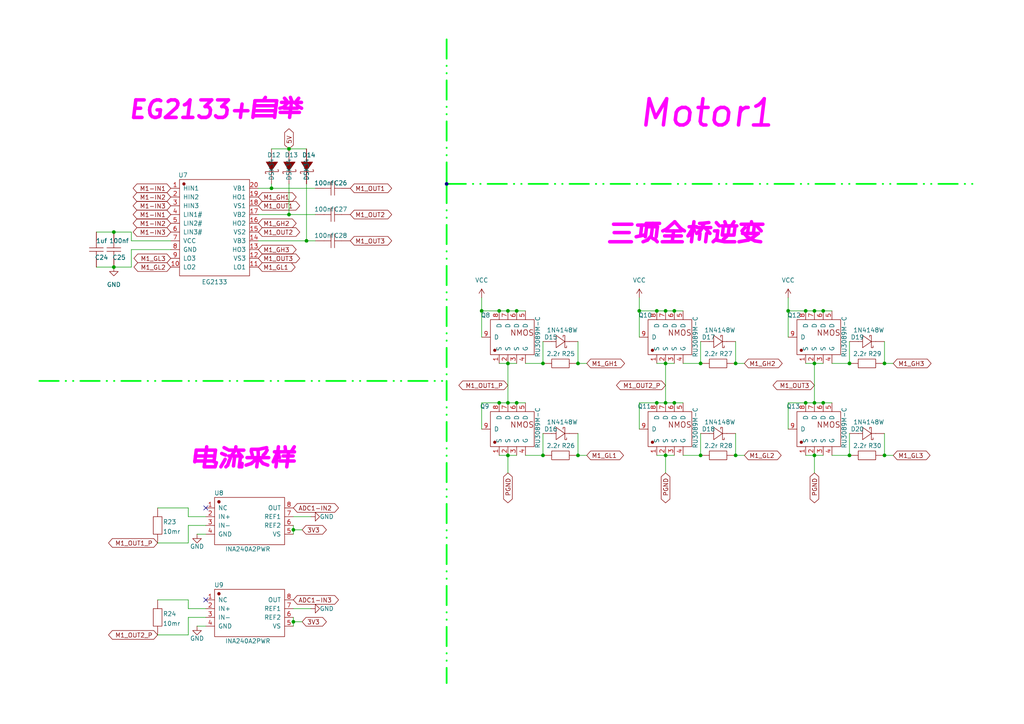
<source format=kicad_sch>
(kicad_sch (version 20231120) (generator "eeschema") (generator_version "8.0")
  (paper "A4")
  (title_block (title "Drive2") (date "2025-01-24") (rev "Dennis_Re_Yoonjiho"))
  (lib_symbols
    (symbol "Ts_Foc_Vo符号库:1N4148W" (pin_numbers hide) (pin_names (offset 1.016) hide)
      (property "Reference" "D" (at -5.08 1.524 0))
      (property "Value" "1N4148W" (at 1.016 3.048 0))
      (symbol "1N4148W_1_1"
        (polyline (pts (xy -2.54 0) (xy -1.27 0)) (stroke (width 0.1524)))
        (polyline (pts (xy 1.27 0) (xy 2.54 0)) (stroke (width 0.1524)))
        (polyline (pts (xy -1.27 -1.778) (xy 1.27 0) (xy -1.27 1.778) (xy -1.27 -1.778)) (stroke (width 0.1524)))
        (polyline (pts (xy 1.778 -1.27) (xy 1.778 -1.778) (xy 1.27 -1.778) (xy 1.27 1.778) (xy 0.762 1.778) (xy 0.762 1.27)) (stroke (width 0.1524)))
        (pin input line (at -5.08 0 0) (length 2.54) (name "A") (number "1"))
        (pin input line (at 5.08 0 180) (length 2.54) (name "K") (number "2"))
      )
    )
    (symbol "Ts_Foc_Vo符号库:CAP" (pin_numbers hide) (pin_names (offset 1.016) hide)
      (property "Reference" "C" (at -2.286 1.524 0))
      (property "Value" "Value" (at 3.81 1.524 0))
      (symbol "CAP_1_1"
        (polyline (pts (xy -0.508 -2.032) (xy -0.508 2.032)) (stroke (width 0.1524)))
        (polyline (pts (xy -0.508 0) (xy -2.54 0)) (stroke (width 0.1524)))
        (polyline (pts (xy 0.508 2.032) (xy 0.508 -2.032)) (stroke (width 0.1524)))
        (polyline (pts (xy 2.54 0) (xy 0.508 0)) (stroke (width 0.1524)))
        (pin input line (at -5.08 0 0) (length 2.54) (name "1") (number "1"))
        (pin input line (at 5.08 0 180) (length 2.54) (name "2") (number "2"))
      )
    )
    (symbol "Ts_Foc_Vo符号库:DSK34" (pin_numbers hide) (pin_names (offset 1.016) hide)
      (property "Reference" "D" (at -4.064 1.778 0))
      (property "Value" "DSK34" (at 3.048 2.54 0))
      (symbol "DSK34_1_1"
        (polyline (pts (xy 1.27 1.524) (xy -1.27 0) (xy 1.27 -1.778) (xy 1.27 1.524)) (stroke (width 0.1524)) (fill (type outline)))
        (polyline (pts (xy -2.032 1.524) (xy -2.032 1.778) (xy -1.524 1.778) (xy -1.524 -2.032) (xy -1.016 -2.032) (xy -1.016 -1.778)) (stroke (width 0.1524)))
        (pin input line (at -5.08 0 0) (length 3.81) (name "K") (number "1"))
        (pin input line (at 5.08 0 180) (length 3.81) (name "A") (number "2"))
      )
    )
    (symbol "Ts_Foc_Vo符号库:EG2133" (pin_names (offset 1.016))
      (property "Reference" "U" (at -9.652 14.986 0))
      (property "Value" "EG2133" (at 1.524 15.494 0))
      (symbol "EG2133_1_1"
        (rectangle (start -10.16 13.97) (end 10.16 -13.97) (stroke (width 0.1524)))
        (circle (center -8.89 12.7) (radius 0.381) (stroke (width 0.1524)) (fill (type outline)))
        (pin input line (at -12.7 11.43 0) (length 2.54) (name "HIN1") (number "1"))
        (pin input line (at -12.7 -11.43 0) (length 2.54) (name "LO2") (number "10"))
        (pin input line (at 12.7 -11.43 180) (length 2.54) (name "LO1") (number "11"))
        (pin input line (at 12.7 -8.89 180) (length 2.54) (name "VS3") (number "12"))
        (pin input line (at 12.7 -6.35 180) (length 2.54) (name "HO3") (number "13"))
        (pin input line (at 12.7 -3.81 180) (length 2.54) (name "VB3") (number "14"))
        (pin input line (at 12.7 -1.27 180) (length 2.54) (name "VS2") (number "15"))
        (pin input line (at 12.7 1.27 180) (length 2.54) (name "HO2") (number "16"))
        (pin input line (at 12.7 3.81 180) (length 2.54) (name "VB2") (number "17"))
        (pin input line (at 12.7 6.35 180) (length 2.54) (name "VS1") (number "18"))
        (pin input line (at 12.7 8.89 180) (length 2.54) (name "HO1") (number "19"))
        (pin input line (at -12.7 8.89 0) (length 2.54) (name "HIN2") (number "2"))
        (pin input line (at 12.7 11.43 180) (length 2.54) (name "VB1") (number "20"))
        (pin input line (at -12.7 6.35 0) (length 2.54) (name "HIN3") (number "3"))
        (pin input line (at -12.7 3.81 0) (length 2.54) (name "LIN1#") (number "4"))
        (pin input line (at -12.7 1.27 0) (length 2.54) (name "LIN2#") (number "5"))
        (pin input line (at -12.7 -1.27 0) (length 2.54) (name "LIN3#") (number "6"))
        (pin input line (at -12.7 -3.81 0) (length 2.54) (name "VCC") (number "7"))
        (pin input line (at -12.7 -6.35 0) (length 2.54) (name "GND") (number "8"))
        (pin input line (at -12.7 -8.89 0) (length 2.54) (name "LO3") (number "9"))
      )
    )
    (symbol "Ts_Foc_Vo符号库:INA240A2PWR" (pin_names (offset 1.016))
      (property "Reference" "U" (at -9.906 8.128 0))
      (property "Value" "INA240A2PWR" (at 0.762 8.128 0))
      (symbol "INA240A2PWR_1_1"
        (rectangle (start -10.16 6.858) (end 10.16 -6.858) (stroke (width 0.1524)))
        (circle (center -8.89 5.588) (radius 0.381) (stroke (width 0.1524)) (fill (type outline)))
        (circle (center -8.89 5.588) (radius 0.381) (stroke (width 0.1524)) (fill (type outline)))
        (pin input line (at -12.7 3.81 0) (length 2.54) (name "NC") (number "1"))
        (pin input line (at -12.7 1.27 0) (length 2.54) (name "IN+") (number "2"))
        (pin input line (at -12.7 -1.27 0) (length 2.54) (name "IN-") (number "3"))
        (pin input line (at -12.7 -3.81 0) (length 2.54) (name "GND") (number "4"))
        (pin input line (at 12.7 -3.81 180) (length 2.54) (name "VS") (number "5"))
        (pin input line (at 12.7 -1.27 180) (length 2.54) (name "REF2") (number "6"))
        (pin input line (at 12.7 1.27 180) (length 2.54) (name "REF1") (number "7"))
        (pin input line (at 12.7 3.81 180) (length 2.54) (name "OUT") (number "8"))
      )
    )
    (symbol "Ts_Foc_Vo符号库:RES" (pin_numbers hide) (pin_names (offset 1.016) hide)
      (property "Reference" "R" (at -2.286 2.032 0))
      (property "Value" "Value" (at 2.286 2.032 0))
      (symbol "RES_1_1"
        (rectangle (start -2.54 1.27) (end 2.54 -1.27) (stroke (width 0.1524)))
        (pin input line (at -5.08 0 0) (length 2.54) (name "1") (number "1"))
        (pin input line (at 5.08 0 180) (length 2.54) (name "2") (number "2"))
      )
    )
    (symbol "Ts_Foc_Vo符号库:RU3089M-C" (pin_names (offset 1.016))
      (property "Reference" "Q" (at -4.572 6.096 0))
      (property "Value" "RU3089M-C" (at 0.254 -8.89 0))
      (symbol "RU3089M-C_1_1"
        (rectangle (start -5.08 5.08) (end 5.08 -7.62) (stroke (width 0.1524)))
        (circle (center -3.81 3.81) (radius 0.381) (stroke (width 0.1524)) (fill (type outline)))
        (text "NMOS" (at 1.27 -7.62 900) (effects (font (size 1.6256 1.6256)) (justify left)))
        (pin input line (at -7.62 2.54 0) (length 2.54) (name "S") (number "1"))
        (pin input line (at -7.62 0 0) (length 2.54) (name "S") (number "2"))
        (pin input line (at -7.62 -2.54 0) (length 2.54) (name "S") (number "3"))
        (pin input line (at -7.62 -5.08 0) (length 2.54) (name "G") (number "4"))
        (pin input line (at 7.62 -5.08 180) (length 2.54) (name "D") (number "5"))
        (pin input line (at 7.62 -2.54 180) (length 2.54) (name "D") (number "6"))
        (pin input line (at 7.62 0 180) (length 2.54) (name "D") (number "7"))
        (pin input line (at 7.62 2.54 180) (length 2.54) (name "D") (number "8"))
        (pin input line (at 0 7.62 270) (length 2.54) (name "D") (number "9"))
      )
    )
    (symbol "power:GND" (power) (pin_numbers hide) (pin_names (offset 0) hide)
      (property "Value" "GND" (at 0 -3.81 0))
      (symbol "GND_0_1"
        (polyline (pts (xy 0 0) (xy 0 -1.27) (xy 1.27 -1.27) (xy 0 -2.54) (xy -1.27 -1.27) (xy 0 -1.27)))
      )
      (symbol "GND_1_1"
        (pin power_in line (at 0 0 270) (length 0) (name "~") (number "1"))
      )
    )
    (symbol "power:VCC" (power) (pin_numbers hide) (pin_names (offset 0) hide)
      (property "Value" "VCC" (at 0 3.556 0))
      (symbol "VCC_0_1"
        (polyline (pts (xy -0.762 1.27) (xy 0 2.54)))
        (polyline (pts (xy 0 0) (xy 0 2.54)))
        (polyline (pts (xy 0 2.54) (xy 0.762 1.27)))
      )
      (symbol "VCC_1_1"
        (pin power_in line (at 0 0 90) (length 0) (name "~") (number "1"))
      )
    )
  )
  (junction (at 203.2 132.08))
  (junction (at 238.76 90.17))
  (junction (at 85.09 180.34))
  (junction (at 193.04 132.08))
  (junction (at 246.38 132.08))
  (junction (at 190.5 116.84))
  (junction (at 157.48 105.41))
  (junction (at 193.04 105.41))
  (junction (at 83.82 62.23))
  (junction (at 236.22 90.17))
  (junction (at 238.76 116.84))
  (junction (at 213.36 132.08))
  (junction (at 147.32 116.84))
  (junction (at 149.86 116.84))
  (junction (at 33.02 67.31))
  (junction (at 213.36 105.41))
  (junction (at 144.78 116.84))
  (junction (at 129.54 53.34))
  (junction (at 193.04 90.17))
  (junction (at 190.5 90.17))
  (junction (at 149.86 90.17))
  (junction (at 144.78 90.17))
  (junction (at 236.22 105.41))
  (junction (at 88.9 69.85))
  (junction (at 203.2 105.41))
  (junction (at 236.22 132.08))
  (junction (at 147.32 105.41))
  (junction (at 167.64 105.41))
  (junction (at 236.22 116.84))
  (junction (at 167.64 132.08))
  (junction (at 147.32 90.17))
  (junction (at 228.6 90.17))
  (junction (at 33.02 77.47))
  (junction (at 193.04 116.84))
  (junction (at 78.74 54.61))
  (junction (at 83.82 43.18))
  (junction (at 129.54 110.49) (diameter 0.127) (color 0 255 25 1))
  (junction (at 157.48 132.08))
  (junction (at 147.32 132.08))
  (junction (at 139.7 90.17))
  (junction (at 85.09 153.67))
  (junction (at 233.68 116.84))
  (junction (at 185.42 90.17))
  (junction (at 246.38 105.41))
  (junction (at 256.54 132.08))
  (junction (at 233.68 90.17))
  (junction (at 195.58 90.17))
  (junction (at 256.54 105.41))
  (junction (at 195.58 116.84))
  (no_connect (at 59.69 147.32))
  (no_connect (at 59.69 173.99))
  (wire (pts (xy 139.7 116.84) (xy 144.78 116.84)))
  (wire (pts (xy 59.69 176.53) (xy 54.61 176.53)))
  (bus (pts (xy 129.54 53.34) (xy 283.21 53.34)) (stroke (width 0.508) (type dash_dot_dot) (color 0 255 25 1)))
  (wire (pts (xy 241.3 132.08) (xy 246.38 132.08)))
  (wire (pts (xy 190.5 116.84) (xy 193.04 116.84)))
  (wire (pts (xy 144.78 116.84) (xy 147.32 116.84)))
  (wire (pts (xy 190.5 90.17) (xy 185.42 90.17)))
  (wire (pts (xy 144.78 132.08) (xy 147.32 132.08)))
  (wire (pts (xy 78.74 43.18) (xy 83.82 43.18)))
  (wire (pts (xy 139.7 90.17) (xy 139.7 97.79)))
  (bus (pts (xy 129.54 53.34) (xy 129.54 110.49)) (stroke (width 0.508) (type dash_dot_dot) (color 0 255 25 1)))
  (wire (pts (xy 45.72 157.48) (xy 54.61 157.48)))
  (wire (pts (xy 256.54 125.73) (xy 256.54 132.08)))
  (bus (pts (xy 129.54 110.49) (xy 129.54 198.12)) (stroke (width 0.508) (type dash_dot_dot) (color 0 255 25 1)))
  (wire (pts (xy 233.68 132.08) (xy 236.22 132.08)))
  (wire (pts (xy 139.7 124.46) (xy 139.7 116.84)))
  (wire (pts (xy 236.22 132.08) (xy 238.76 132.08)))
  (wire (pts (xy 57.15 154.94) (xy 59.69 154.94)))
  (wire (pts (xy 213.36 105.41) (xy 215.9 105.41)))
  (wire (pts (xy 49.53 72.39) (xy 38.1 72.39)))
  (wire (pts (xy 190.5 90.17) (xy 193.04 90.17)))
  (wire (pts (xy 185.42 124.46) (xy 185.42 116.84)))
  (wire (pts (xy 233.68 90.17) (xy 236.22 90.17)))
  (wire (pts (xy 87.63 153.67) (xy 85.09 153.67)))
  (wire (pts (xy 157.48 99.06) (xy 157.48 105.41)))
  (wire (pts (xy 147.32 116.84) (xy 149.86 116.84)))
  (wire (pts (xy 193.04 105.41) (xy 195.58 105.41)))
  (wire (pts (xy 27.94 67.31) (xy 33.02 67.31)))
  (wire (pts (xy 54.61 152.4) (xy 59.69 152.4)))
  (wire (pts (xy 241.3 105.41) (xy 246.38 105.41)))
  (wire (pts (xy 246.38 99.06) (xy 246.38 105.41)))
  (wire (pts (xy 213.36 99.06) (xy 213.36 105.41)))
  (wire (pts (xy 33.02 67.31) (xy 38.1 67.31)))
  (wire (pts (xy 167.64 99.06) (xy 167.64 105.41)))
  (wire (pts (xy 256.54 132.08) (xy 259.08 132.08)))
  (wire (pts (xy 185.42 116.84) (xy 190.5 116.84)))
  (wire (pts (xy 149.86 90.17) (xy 152.4 90.17)))
  (wire (pts (xy 78.74 53.34) (xy 78.74 54.61)))
  (wire (pts (xy 203.2 99.06) (xy 203.2 105.41)))
  (wire (pts (xy 88.9 53.34) (xy 88.9 69.85)))
  (wire (pts (xy 83.82 43.18) (xy 88.9 43.18)))
  (wire (pts (xy 193.04 132.08) (xy 195.58 132.08)))
  (wire (pts (xy 228.6 86.36) (xy 228.6 90.17)))
  (wire (pts (xy 236.22 90.17) (xy 238.76 90.17)))
  (wire (pts (xy 54.61 157.48) (xy 54.61 152.4)))
  (wire (pts (xy 167.64 105.41) (xy 170.18 105.41)))
  (wire (pts (xy 228.6 90.17) (xy 228.6 97.79)))
  (wire (pts (xy 190.5 105.41) (xy 193.04 105.41)))
  (wire (pts (xy 185.42 90.17) (xy 185.42 97.79)))
  (wire (pts (xy 238.76 90.17) (xy 241.3 90.17)))
  (wire (pts (xy 144.78 90.17) (xy 147.32 90.17)))
  (wire (pts (xy 236.22 116.84) (xy 238.76 116.84)))
  (wire (pts (xy 85.09 180.34) (xy 85.09 181.61)))
  (wire (pts (xy 147.32 90.17) (xy 149.86 90.17)))
  (wire (pts (xy 54.61 147.32) (xy 45.72 147.32)))
  (wire (pts (xy 193.04 90.17) (xy 195.58 90.17)))
  (wire (pts (xy 152.4 105.41) (xy 157.48 105.41)))
  (wire (pts (xy 57.15 181.61) (xy 59.69 181.61)))
  (wire (pts (xy 152.4 132.08) (xy 157.48 132.08)))
  (wire (pts (xy 54.61 173.99) (xy 45.72 173.99)))
  (wire (pts (xy 233.68 90.17) (xy 228.6 90.17)))
  (wire (pts (xy 203.2 125.73) (xy 203.2 132.08)))
  (wire (pts (xy 54.61 176.53) (xy 54.61 173.99)))
  (wire (pts (xy 54.61 179.07) (xy 59.69 179.07)))
  (wire (pts (xy 88.9 69.85) (xy 91.44 69.85)))
  (wire (pts (xy 167.64 132.08) (xy 170.18 132.08)))
  (wire (pts (xy 213.36 125.73) (xy 213.36 132.08)))
  (wire (pts (xy 157.48 125.73) (xy 157.48 132.08)))
  (wire (pts (xy 27.94 77.47) (xy 33.02 77.47)))
  (wire (pts (xy 74.93 54.61) (xy 78.74 54.61)))
  (wire (pts (xy 195.58 116.84) (xy 198.12 116.84)))
  (wire (pts (xy 78.74 54.61) (xy 91.44 54.61)))
  (wire (pts (xy 90.17 176.53) (xy 85.09 176.53)))
  (wire (pts (xy 233.68 116.84) (xy 236.22 116.84)))
  (wire (pts (xy 236.22 105.41) (xy 238.76 105.41)))
  (bus (pts (xy 129.54 11.43) (xy 129.54 53.34)) (stroke (width 0.508) (type dash_dot_dot) (color 0 255 25 1)))
  (wire (pts (xy 45.72 184.15) (xy 54.61 184.15)))
  (bus (pts (xy 11.43 110.49) (xy 129.54 110.49)) (stroke (width 0.508) (type dash_dot_dot) (color 0 255 25 1)))
  (wire (pts (xy 198.12 105.41) (xy 203.2 105.41)))
  (wire (pts (xy 38.1 77.47) (xy 33.02 77.47)))
  (wire (pts (xy 85.09 179.07) (xy 85.09 180.34)))
  (wire (pts (xy 59.69 149.86) (xy 54.61 149.86)))
  (wire (pts (xy 74.93 69.85) (xy 88.9 69.85)))
  (wire (pts (xy 85.09 152.4) (xy 85.09 153.67)))
  (wire (pts (xy 147.32 105.41) (xy 147.32 116.84)))
  (wire (pts (xy 246.38 125.73) (xy 246.38 132.08)))
  (wire (pts (xy 90.17 149.86) (xy 85.09 149.86)))
  (wire (pts (xy 38.1 72.39) (xy 38.1 77.47)))
  (wire (pts (xy 139.7 86.36) (xy 139.7 90.17)))
  (wire (pts (xy 238.76 116.84) (xy 241.3 116.84)))
  (wire (pts (xy 144.78 90.17) (xy 139.7 90.17)))
  (wire (pts (xy 144.78 105.41) (xy 147.32 105.41)))
  (wire (pts (xy 195.58 90.17) (xy 198.12 90.17)))
  (wire (pts (xy 198.12 132.08) (xy 203.2 132.08)))
  (wire (pts (xy 38.1 67.31) (xy 38.1 69.85)))
  (wire (pts (xy 74.93 62.23) (xy 83.82 62.23)))
  (wire (pts (xy 147.32 137.16) (xy 147.32 132.08)))
  (wire (pts (xy 85.09 153.67) (xy 85.09 154.94)))
  (wire (pts (xy 193.04 105.41) (xy 193.04 116.84)))
  (wire (pts (xy 147.32 132.08) (xy 149.86 132.08)))
  (wire (pts (xy 167.64 125.73) (xy 167.64 132.08)))
  (wire (pts (xy 54.61 149.86) (xy 54.61 147.32)))
  (wire (pts (xy 256.54 105.41) (xy 259.08 105.41)))
  (wire (pts (xy 149.86 116.84) (xy 152.4 116.84)))
  (wire (pts (xy 147.32 105.41) (xy 149.86 105.41)))
  (wire (pts (xy 228.6 116.84) (xy 233.68 116.84)))
  (wire (pts (xy 190.5 132.08) (xy 193.04 132.08)))
  (wire (pts (xy 83.82 62.23) (xy 91.44 62.23)))
  (wire (pts (xy 233.68 105.41) (xy 236.22 105.41)))
  (wire (pts (xy 87.63 180.34) (xy 85.09 180.34)))
  (wire (pts (xy 83.82 53.34) (xy 83.82 62.23)))
  (wire (pts (xy 193.04 137.16) (xy 193.04 132.08)))
  (wire (pts (xy 236.22 105.41) (xy 236.22 116.84)))
  (wire (pts (xy 236.22 137.16) (xy 236.22 132.08)))
  (wire (pts (xy 213.36 132.08) (xy 215.9 132.08)))
  (wire (pts (xy 38.1 69.85) (xy 49.53 69.85)))
  (wire (pts (xy 185.42 86.36) (xy 185.42 90.17)))
  (wire (pts (xy 193.04 116.84) (xy 195.58 116.84)))
  (wire (pts (xy 228.6 124.46) (xy 228.6 116.84)))
  (wire (pts (xy 54.61 184.15) (xy 54.61 179.07)))
  (wire (pts (xy 256.54 99.06) (xy 256.54 105.41)))
  (text "EG2133+自举" (exclude_from_sim yes) (at 62.738 32.004 0) (effects (font (size 5.08 5.08) (thickness 1.016) (bold yes) (italic yes))))
  (text "电流采样" (exclude_from_sim yes) (at 70.866 133.35 0) (effects (font (size 5.08 5.08) (thickness 1.016) (bold yes) (italic yes))))
  (text "三项全桥逆变" (exclude_from_sim yes) (at 198.882 68.072 0) (effects (font (size 5.08 5.08) (thickness 1.016) (bold yes) (italic yes))))
  (text "Motor1\n" (exclude_from_sim yes) (at 204.978 33.02 0) (effects (font (size 7.62 7.62) (thickness 1.016) (bold yes) (italic yes))))
  (global_label "M1_GL1" (shape bidirectional) (at 74.93 77.47 0) (property "Intersheetrefs" "${INTERSHEET_REFS}" (effects (hide yes))))
  (global_label "M1-IN3" (shape bidirectional) (at 49.53 67.31 180) (property "Intersheetrefs" "${INTERSHEET_REFS}" (effects (hide yes))))
  (global_label "M1_OUT2_P" (shape bidirectional) (at 45.72 184.15 180) (property "Intersheetrefs" "${INTERSHEET_REFS}" (effects (hide yes))))
  (global_label "M1-IN2" (shape bidirectional) (at 49.53 64.77 180) (property "Intersheetrefs" "${INTERSHEET_REFS}" (effects (hide yes))))
  (global_label "ADC1-IN2" (shape bidirectional) (at 85.09 147.32 0) (property "Intersheetrefs" "${INTERSHEET_REFS}" (effects (hide yes))))
  (global_label "M1_GH3" (shape bidirectional) (at 259.08 105.41 0) (property "Intersheetrefs" "${INTERSHEET_REFS}" (effects (hide yes))))
  (global_label "M1_OUT2" (shape bidirectional) (at 74.93 67.31 0) (property "Intersheetrefs" "${INTERSHEET_REFS}" (effects (hide yes))))
  (global_label "M1-IN1" (shape bidirectional) (at 49.53 62.23 180) (property "Intersheetrefs" "${INTERSHEET_REFS}" (effects (hide yes))))
  (global_label "M1_GH2" (shape bidirectional) (at 74.93 64.77 0) (property "Intersheetrefs" "${INTERSHEET_REFS}" (effects (hide yes))))
  (global_label "3V3" (shape bidirectional) (at 87.63 180.34 0) (property "Intersheetrefs" "${INTERSHEET_REFS}" (effects (hide yes))))
  (global_label "PGND" (shape bidirectional) (at 147.32 137.16 270) (property "Intersheetrefs" "${INTERSHEET_REFS}" (effects (hide yes))))
  (global_label "PGND" (shape bidirectional) (at 236.22 137.16 270) (property "Intersheetrefs" "${INTERSHEET_REFS}" (effects (hide yes))))
  (global_label "ADC1-IN3" (shape bidirectional) (at 85.09 173.99 0) (property "Intersheetrefs" "${INTERSHEET_REFS}" (effects (hide yes))))
  (global_label "3V3" (shape bidirectional) (at 87.63 153.67 0) (property "Intersheetrefs" "${INTERSHEET_REFS}" (effects (hide yes))))
  (global_label "M1_GL3" (shape bidirectional) (at 259.08 132.08 0) (property "Intersheetrefs" "${INTERSHEET_REFS}" (effects (hide yes))))
  (global_label "M1_OUT3" (shape bidirectional) (at 101.6 69.85 0) (property "Intersheetrefs" "${INTERSHEET_REFS}" (effects (hide yes))))
  (global_label "M1-IN1" (shape bidirectional) (at 49.53 54.61 180) (property "Intersheetrefs" "${INTERSHEET_REFS}" (effects (hide yes))))
  (global_label "M1_GL3" (shape bidirectional) (at 49.53 74.93 180) (property "Intersheetrefs" "${INTERSHEET_REFS}" (effects (hide yes))))
  (global_label "PGND" (shape bidirectional) (at 193.04 137.16 270) (property "Intersheetrefs" "${INTERSHEET_REFS}" (effects (hide yes))))
  (global_label "M1_OUT2" (shape bidirectional) (at 101.6 62.23 0) (property "Intersheetrefs" "${INTERSHEET_REFS}" (effects (hide yes))))
  (global_label "M1_OUT1_P" (shape bidirectional) (at 147.32 111.76 180) (property "Intersheetrefs" "${INTERSHEET_REFS}" (effects (hide yes))))
  (global_label "M1_OUT1_P" (shape bidirectional) (at 45.72 157.48 180) (property "Intersheetrefs" "${INTERSHEET_REFS}" (effects (hide yes))))
  (global_label "M1_OUT3" (shape bidirectional) (at 236.22 111.76 180) (property "Intersheetrefs" "${INTERSHEET_REFS}" (effects (hide yes))))
  (global_label "M1-IN3" (shape bidirectional) (at 49.53 59.69 180) (property "Intersheetrefs" "${INTERSHEET_REFS}" (effects (hide yes))))
  (global_label "M1_GL1" (shape bidirectional) (at 170.18 132.08 0) (property "Intersheetrefs" "${INTERSHEET_REFS}" (effects (hide yes))))
  (global_label "M1_OUT2_P" (shape bidirectional) (at 193.04 111.76 180) (property "Intersheetrefs" "${INTERSHEET_REFS}" (effects (hide yes))))
  (global_label "M1-IN2" (shape bidirectional) (at 49.53 57.15 180) (property "Intersheetrefs" "${INTERSHEET_REFS}" (effects (hide yes))))
  (global_label "M1_GH1" (shape bidirectional) (at 170.18 105.41 0) (property "Intersheetrefs" "${INTERSHEET_REFS}" (effects (hide yes))))
  (global_label "M1_OUT1" (shape bidirectional) (at 74.93 59.69 0) (property "Intersheetrefs" "${INTERSHEET_REFS}" (effects (hide yes))))
  (global_label "5V" (shape bidirectional) (at 83.82 43.18 90) (property "Intersheetrefs" "${INTERSHEET_REFS}" (effects (hide yes))))
  (global_label "M1_GL2" (shape bidirectional) (at 215.9 132.08 0) (property "Intersheetrefs" "${INTERSHEET_REFS}" (effects (hide yes))))
  (global_label "M1_OUT1" (shape bidirectional) (at 101.6 54.61 0) (property "Intersheetrefs" "${INTERSHEET_REFS}" (effects (hide yes))))
  (global_label "M1_OUT3" (shape bidirectional) (at 74.93 74.93 0) (property "Intersheetrefs" "${INTERSHEET_REFS}" (effects (hide yes))))
  (global_label "M1_GH2" (shape bidirectional) (at 215.9 105.41 0) (property "Intersheetrefs" "${INTERSHEET_REFS}" (effects (hide yes))))
  (global_label "M1_GL2" (shape bidirectional) (at 49.53 77.47 180) (property "Intersheetrefs" "${INTERSHEET_REFS}" (effects (hide yes))))
  (global_label "M1_GH3" (shape bidirectional) (at 74.93 72.39 0) (property "Intersheetrefs" "${INTERSHEET_REFS}" (effects (hide yes))))
  (global_label "M1_GH1" (shape bidirectional) (at 74.93 57.15 0) (property "Intersheetrefs" "${INTERSHEET_REFS}" (effects (hide yes))))
  (symbol (lib_id "Ts_Foc_Vo符号库:INA240A2PWR") (at 72.39 151.13 0) (unit 1)
    (property "Reference" "U8" (at 63.5 143.002 0))
    (property "Value" "INA240A2PWR" (at 71.882 159.258 0))
    (property "Footprint" "Ts_Foc_Vo封装库:INA240A2PWR_TSSOP-8" (effects (hide yes)))
    (property "Datasheet" "http://www.szlcsc.com/product/details_141236.html" (effects (hide yes)))
    (property "SuppliersPartNumber" "C129949" (effects (hide yes)))
    (property "uuid" "std:dbcaa12a6f174e2384008bee47427f39" (effects (hide yes)))
  )
  (symbol (lib_id "power:VCC") (at 228.6 86.36 0) (unit 1)
    (property "Reference" "#PWR033" (effects (hide yes)))
    (property "Value" "VCC" (at 228.6 81.28 0))
    (property "Description" "Power symbol creates a global label with name \"VCC\"" (effects (hide yes)))
  )
  (symbol (lib_id "Ts_Foc_Vo符号库:DSK34") (at 83.82 48.26 90) (unit 1)
    (property "Reference" "D13" (at 82.55 44.958 90) (effects (justify right)))
    (property "Value" "DSK34" (at 83.82 45.974 0) (effects (justify right)))
    (property "Footprint" "Ts_Foc_Vo封装库:DSK_34_SOD-123" (effects (hide yes)))
    (property "Datasheet" "http://www.szlcsc.com/product/details_42013.html" (effects (hide yes)))
    (property "SuppliersPartNumber" "C41029" (effects (hide yes)))
    (property "uuid" "std:903b54571892a6e30fa8884d00bf870c" (effects (hide yes)))
  )
  (symbol (lib_id "Ts_Foc_Vo符号库:RU3089M-C") (at 193.04 124.46 90) (unit 1)
    (property "Reference" "Q11" (at 184.912 117.856 90) (effects (justify right)))
    (property "Value" "RU3089M-C" (at 201.676 118.11 0) (effects (justify right)))
    (property "Footprint" "Ts_Foc_Vo封装库:RU3089M-C_PQFN-8" (effects (hide yes)))
    (property "Datasheet" "http://www.szlcsc.com/product/details_539374.html" (effects (hide yes)))
    (property "SuppliersPartNumber" "C521551" (effects (hide yes)))
    (property "uuid" "std:eaed6c6dee514a1b9b59ef9944d5e1b5" (effects (hide yes)))
  )
  (symbol (lib_id "Ts_Foc_Vo符号库:RU3089M-C") (at 193.04 97.79 90) (unit 1)
    (property "Reference" "Q10" (at 185.166 91.44 90) (effects (justify right)))
    (property "Value" "RU3089M-C" (at 201.676 91.694 0) (effects (justify right)))
    (property "Footprint" "Ts_Foc_Vo封装库:RU3089M-C_PQFN-8" (effects (hide yes)))
    (property "Datasheet" "http://www.szlcsc.com/product/details_539374.html" (effects (hide yes)))
    (property "SuppliersPartNumber" "C521551" (effects (hide yes)))
    (property "uuid" "std:eaed6c6dee514a1b9b59ef9944d5e1b5" (effects (hide yes)))
  )
  (symbol (lib_id "Ts_Foc_Vo符号库:EG2133") (at 62.23 66.04 0) (unit 1)
    (property "Reference" "U7" (at 53.086 50.8 0))
    (property "Value" "EG2133" (at 62.23 81.788 0))
    (property "Footprint" "Ts_Foc_Vo封装库:EG2133_TSSOP" (effects (hide yes)))
    (property "Datasheet" "http://www.szlcsc.com/product/details_210302.html" (effects (hide yes)))
    (property "SuppliersPartNumber" "C190343" (effects (hide yes)))
    (property "uuid" "std:82a7a7bdfd1b4a9494bc5f3b5bda1d75" (effects (hide yes)))
  )
  (symbol (lib_id "Ts_Foc_Vo符号库:CAP") (at 96.52 54.61 180) (unit 1)
    (property "Reference" "C26" (at 98.806 53.086 0))
    (property "Value" "100nf" (at 93.98 53.086 0))
    (property "Footprint" "Ts_Foc_Vo封装库:CAP_0402" (effects (hide yes)))
    (property "Datasheet" "http://www.szlcsc.com/product/details_602003.html" (effects (hide yes)))
    (property "SuppliersPartNumber" "C575438" (effects (hide yes)))
    (property "uuid" "std:0b682b3549a44c2f91624e74dc370f45" (effects (hide yes)))
  )
  (symbol (lib_id "Ts_Foc_Vo符号库:INA240A2PWR") (at 72.39 177.8 0) (unit 1)
    (property "Reference" "U9" (at 63.5 169.672 0))
    (property "Value" "INA240A2PWR" (at 71.882 185.928 0))
    (property "Footprint" "Ts_Foc_Vo封装库:INA240A2PWR_TSSOP-8" (effects (hide yes)))
    (property "Datasheet" "http://www.szlcsc.com/product/details_141236.html" (effects (hide yes)))
    (property "SuppliersPartNumber" "C129949" (effects (hide yes)))
    (property "uuid" "std:dbcaa12a6f174e2384008bee47427f39" (effects (hide yes)))
  )
  (symbol (lib_id "power:GND") (at 33.02 77.47 0) (unit 1)
    (property "Reference" "#PWR026" (effects (hide yes)))
    (property "Value" "GND" (at 33.02 82.55 0))
    (property "Description" "Power symbol creates a global label with name \"GND\" , ground" (effects (hide yes)))
  )
  (symbol (lib_id "Ts_Foc_Vo符号库:CAP") (at 33.02 72.39 90) (unit 1)
    (property "Reference" "C25" (at 34.544 74.676 90))
    (property "Value" "100nf" (at 34.544 69.85 90))
    (property "Footprint" "Ts_Foc_Vo封装库:CAP_0402" (effects (hide yes)))
    (property "Datasheet" "http://www.szlcsc.com/product/details_602003.html" (effects (hide yes)))
    (property "SuppliersPartNumber" "C575438" (effects (hide yes)))
    (property "uuid" "std:0b682b3549a44c2f91624e74dc370f45" (effects (hide yes)))
  )
  (symbol (lib_id "Ts_Foc_Vo符号库:RES") (at 251.46 132.08 0) (unit 1)
    (property "Reference" "R30" (at 253.746 129.286 0))
    (property "Value" "2.2r" (at 249.428 129.286 0))
    (property "Footprint" "Ts_Foc_Vo封装库:Res_0402" (effects (hide yes)))
    (property "SuppliersPartNumber" "C5200633" (effects (hide yes)))
    (property "uuid" "std:0c78b8f437b74d4badbc2695159e48f2" (effects (hide yes)))
  )
  (symbol (lib_id "Ts_Foc_Vo符号库:RU3089M-C") (at 236.22 124.46 90) (unit 1)
    (property "Reference" "Q13" (at 228.092 117.856 90) (effects (justify right)))
    (property "Value" "RU3089M-C" (at 244.856 118.11 0) (effects (justify right)))
    (property "Footprint" "Ts_Foc_Vo封装库:RU3089M-C_PQFN-8" (effects (hide yes)))
    (property "Datasheet" "http://www.szlcsc.com/product/details_539374.html" (effects (hide yes)))
    (property "SuppliersPartNumber" "C521551" (effects (hide yes)))
    (property "uuid" "std:eaed6c6dee514a1b9b59ef9944d5e1b5" (effects (hide yes)))
  )
  (symbol (lib_id "Ts_Foc_Vo符号库:RES") (at 208.28 105.41 0) (unit 1)
    (property "Reference" "R27" (at 210.566 102.616 0))
    (property "Value" "2.2r" (at 206.248 102.616 0))
    (property "Footprint" "Ts_Foc_Vo封装库:Res_0402" (effects (hide yes)))
    (property "SuppliersPartNumber" "C5200633" (effects (hide yes)))
    (property "uuid" "std:0c78b8f437b74d4badbc2695159e48f2" (effects (hide yes)))
  )
  (symbol (lib_id "Ts_Foc_Vo符号库:RU3089M-C") (at 147.32 124.46 90) (unit 1)
    (property "Reference" "Q9" (at 139.192 117.856 90) (effects (justify right)))
    (property "Value" "RU3089M-C" (at 155.956 118.11 0) (effects (justify right)))
    (property "Footprint" "Ts_Foc_Vo封装库:RU3089M-C_PQFN-8" (effects (hide yes)))
    (property "Datasheet" "http://www.szlcsc.com/product/details_539374.html" (effects (hide yes)))
    (property "SuppliersPartNumber" "C521551" (effects (hide yes)))
    (property "uuid" "std:eaed6c6dee514a1b9b59ef9944d5e1b5" (effects (hide yes)))
  )
  (symbol (lib_id "Ts_Foc_Vo符号库:1N4148W") (at 251.46 99.06 0) (unit 1)
    (property "Reference" "D19" (at 248.666 97.79 0))
    (property "Value" "1N4148W" (at 251.968 95.758 0))
    (property "Footprint" "Ts_Foc_Vo封装库:1N4148W_SOD-123" (effects (hide yes)))
    (property "SuppliersPartNumber" "C7420318" (effects (hide yes)))
    (property "uuid" "std:ec7a5fe3cdee49c4ba67c555fdedf9eb" (effects (hide yes)))
  )
  (symbol (lib_id "Ts_Foc_Vo符号库:1N4148W") (at 208.28 99.06 0) (unit 1)
    (property "Reference" "D17" (at 205.486 97.79 0))
    (property "Value" "1N4148W" (at 208.788 95.758 0))
    (property "Footprint" "Ts_Foc_Vo封装库:1N4148W_SOD-123" (effects (hide yes)))
    (property "SuppliersPartNumber" "C7420318" (effects (hide yes)))
    (property "uuid" "std:ec7a5fe3cdee49c4ba67c555fdedf9eb" (effects (hide yes)))
  )
  (symbol (lib_id "Ts_Foc_Vo符号库:CAP") (at 96.52 62.23 180) (unit 1)
    (property "Reference" "C27" (at 98.806 60.706 0))
    (property "Value" "100nf" (at 93.98 60.706 0))
    (property "Footprint" "Ts_Foc_Vo封装库:CAP_0402" (effects (hide yes)))
    (property "Datasheet" "http://www.szlcsc.com/product/details_602003.html" (effects (hide yes)))
    (property "SuppliersPartNumber" "C575438" (effects (hide yes)))
    (property "uuid" "std:0b682b3549a44c2f91624e74dc370f45" (effects (hide yes)))
  )
  (symbol (lib_id "Ts_Foc_Vo符号库:1N4148W") (at 251.46 125.73 0) (unit 1)
    (property "Reference" "D20" (at 248.666 124.46 0))
    (property "Value" "1N4148W" (at 251.968 122.428 0))
    (property "Footprint" "Ts_Foc_Vo封装库:1N4148W_SOD-123" (effects (hide yes)))
    (property "SuppliersPartNumber" "C7420318" (effects (hide yes)))
    (property "uuid" "std:ec7a5fe3cdee49c4ba67c555fdedf9eb" (effects (hide yes)))
  )
  (symbol (lib_id "Ts_Foc_Vo符号库:RES") (at 251.46 105.41 0) (unit 1)
    (property "Reference" "R29" (at 253.746 102.616 0))
    (property "Value" "2.2r" (at 249.428 102.616 0))
    (property "Footprint" "Ts_Foc_Vo封装库:Res_0402" (effects (hide yes)))
    (property "SuppliersPartNumber" "C5200633" (effects (hide yes)))
    (property "uuid" "std:0c78b8f437b74d4badbc2695159e48f2" (effects (hide yes)))
  )
  (symbol (lib_id "power:GND") (at 90.17 176.53 90) (unit 1)
    (property "Reference" "#PWR030" (effects (hide yes)))
    (property "Value" "GND" (at 92.71 176.53 90) (effects (justify right)))
    (property "Description" "Power symbol creates a global label with name \"GND\" , ground" (effects (hide yes)))
  )
  (symbol (lib_id "Ts_Foc_Vo符号库:RES") (at 45.72 179.07 90) (unit 1)
    (property "Reference" "R24" (at 47.244 178.054 90) (effects (justify right)))
    (property "Value" "10mr" (at 47.244 180.848 90) (effects (justify right)))
    (property "Footprint" "Ts_Foc_Vo封装库:Res_1206" (effects (hide yes)))
    (property "SuppliersPartNumber" "C5200633" (effects (hide yes)))
    (property "uuid" "std:0c78b8f437b74d4badbc2695159e48f2" (effects (hide yes)))
  )
  (symbol (lib_id "Ts_Foc_Vo符号库:RES") (at 162.56 132.08 0) (unit 1)
    (property "Reference" "R26" (at 164.846 129.286 0))
    (property "Value" "2.2r" (at 160.528 129.286 0))
    (property "Footprint" "Ts_Foc_Vo封装库:Res_0402" (effects (hide yes)))
    (property "SuppliersPartNumber" "C5200633" (effects (hide yes)))
    (property "uuid" "std:0c78b8f437b74d4badbc2695159e48f2" (effects (hide yes)))
  )
  (symbol (lib_id "Ts_Foc_Vo符号库:CAP") (at 96.52 69.85 180) (unit 1)
    (property "Reference" "C28" (at 98.806 68.326 0))
    (property "Value" "100nf" (at 93.98 68.326 0))
    (property "Footprint" "Ts_Foc_Vo封装库:CAP_0402" (effects (hide yes)))
    (property "Datasheet" "http://www.szlcsc.com/product/details_602003.html" (effects (hide yes)))
    (property "SuppliersPartNumber" "C575438" (effects (hide yes)))
    (property "uuid" "std:0b682b3549a44c2f91624e74dc370f45" (effects (hide yes)))
  )
  (symbol (lib_id "Ts_Foc_Vo符号库:RES") (at 208.28 132.08 0) (unit 1)
    (property "Reference" "R28" (at 210.566 129.286 0))
    (property "Value" "2.2r" (at 206.248 129.286 0))
    (property "Footprint" "Ts_Foc_Vo封装库:Res_0402" (effects (hide yes)))
    (property "SuppliersPartNumber" "C5200633" (effects (hide yes)))
    (property "uuid" "std:0c78b8f437b74d4badbc2695159e48f2" (effects (hide yes)))
  )
  (symbol (lib_id "Ts_Foc_Vo符号库:RES") (at 162.56 105.41 0) (unit 1)
    (property "Reference" "R25" (at 164.846 102.616 0))
    (property "Value" "2.2r" (at 160.528 102.616 0))
    (property "Footprint" "Ts_Foc_Vo封装库:Res_0402" (effects (hide yes)))
    (property "SuppliersPartNumber" "C5200633" (effects (hide yes)))
    (property "uuid" "std:0c78b8f437b74d4badbc2695159e48f2" (effects (hide yes)))
  )
  (symbol (lib_id "power:VCC") (at 185.42 86.36 0) (unit 1)
    (property "Reference" "#PWR032" (effects (hide yes)))
    (property "Value" "VCC" (at 185.42 81.28 0))
    (property "Description" "Power symbol creates a global label with name \"VCC\"" (effects (hide yes)))
  )
  (symbol (lib_id "power:VCC") (at 139.7 86.36 0) (unit 1)
    (property "Reference" "#PWR031" (effects (hide yes)))
    (property "Value" "VCC" (at 139.7 81.28 0))
    (property "Description" "Power symbol creates a global label with name \"VCC\"" (effects (hide yes)))
  )
  (symbol (lib_id "Ts_Foc_Vo符号库:1N4148W") (at 162.56 99.06 0) (unit 1)
    (property "Reference" "D15" (at 159.766 97.79 0))
    (property "Value" "1N4148W" (at 163.068 95.758 0))
    (property "Footprint" "Ts_Foc_Vo封装库:1N4148W_SOD-123" (effects (hide yes)))
    (property "SuppliersPartNumber" "C7420318" (effects (hide yes)))
    (property "uuid" "std:ec7a5fe3cdee49c4ba67c555fdedf9eb" (effects (hide yes)))
  )
  (symbol (lib_id "Ts_Foc_Vo符号库:1N4148W") (at 208.28 125.73 0) (unit 1)
    (property "Reference" "D18" (at 205.486 124.46 0))
    (property "Value" "1N4148W" (at 208.788 122.428 0))
    (property "Footprint" "Ts_Foc_Vo封装库:1N4148W_SOD-123" (effects (hide yes)))
    (property "SuppliersPartNumber" "C7420318" (effects (hide yes)))
    (property "uuid" "std:ec7a5fe3cdee49c4ba67c555fdedf9eb" (effects (hide yes)))
  )
  (symbol (lib_id "Ts_Foc_Vo符号库:DSK34") (at 78.74 48.26 90) (unit 1)
    (property "Reference" "D12" (at 77.47 44.958 90) (effects (justify right)))
    (property "Value" "DSK34" (at 78.74 45.974 0) (effects (justify right)))
    (property "Footprint" "Ts_Foc_Vo封装库:DSK_34_SOD-123" (effects (hide yes)))
    (property "Datasheet" "http://www.szlcsc.com/product/details_42013.html" (effects (hide yes)))
    (property "SuppliersPartNumber" "C41029" (effects (hide yes)))
    (property "uuid" "std:903b54571892a6e30fa8884d00bf870c" (effects (hide yes)))
  )
  (symbol (lib_id "power:GND") (at 57.15 181.61 0) (unit 1)
    (property "Reference" "#PWR028" (effects (hide yes)))
    (property "Value" "GND" (at 57.15 185.166 0))
    (property "Description" "Power symbol creates a global label with name \"GND\" , ground" (effects (hide yes)))
  )
  (symbol (lib_id "power:GND") (at 90.17 149.86 90) (unit 1)
    (property "Reference" "#PWR029" (effects (hide yes)))
    (property "Value" "GND" (at 92.71 149.86 90) (effects (justify right)))
    (property "Description" "Power symbol creates a global label with name \"GND\" , ground" (effects (hide yes)))
  )
  (symbol (lib_id "Ts_Foc_Vo符号库:CAP") (at 27.94 72.39 90) (unit 1)
    (property "Reference" "C24" (at 29.464 74.676 90))
    (property "Value" "1uf" (at 29.464 69.85 90))
    (property "Footprint" "Ts_Foc_Vo封装库:CAP_0402" (effects (hide yes)))
    (property "Datasheet" "http://www.szlcsc.com/product/details_602003.html" (effects (hide yes)))
    (property "SuppliersPartNumber" "C575438" (effects (hide yes)))
    (property "uuid" "std:0b682b3549a44c2f91624e74dc370f45" (effects (hide yes)))
  )
  (symbol (lib_id "Ts_Foc_Vo符号库:1N4148W") (at 162.56 125.73 0) (unit 1)
    (property "Reference" "D16" (at 159.766 124.46 0))
    (property "Value" "1N4148W" (at 163.068 122.428 0))
    (property "Footprint" "Ts_Foc_Vo封装库:1N4148W_SOD-123" (effects (hide yes)))
    (property "SuppliersPartNumber" "C7420318" (effects (hide yes)))
    (property "uuid" "std:ec7a5fe3cdee49c4ba67c555fdedf9eb" (effects (hide yes)))
  )
  (symbol (lib_id "Ts_Foc_Vo符号库:RES") (at 45.72 152.4 90) (unit 1)
    (property "Reference" "R23" (at 47.244 151.384 90) (effects (justify right)))
    (property "Value" "10mr" (at 47.244 154.178 90) (effects (justify right)))
    (property "Footprint" "Ts_Foc_Vo封装库:Res_1206" (effects (hide yes)))
    (property "SuppliersPartNumber" "C5200633" (effects (hide yes)))
    (property "uuid" "std:0c78b8f437b74d4badbc2695159e48f2" (effects (hide yes)))
  )
  (symbol (lib_id "Ts_Foc_Vo符号库:DSK34") (at 88.9 48.26 90) (unit 1)
    (property "Reference" "D14" (at 87.63 44.958 90) (effects (justify right)))
    (property "Value" "DSK34" (at 88.9 45.974 0) (effects (justify right)))
    (property "Footprint" "Ts_Foc_Vo封装库:DSK_34_SOD-123" (effects (hide yes)))
    (property "Datasheet" "http://www.szlcsc.com/product/details_42013.html" (effects (hide yes)))
    (property "SuppliersPartNumber" "C41029" (effects (hide yes)))
    (property "uuid" "std:903b54571892a6e30fa8884d00bf870c" (effects (hide yes)))
  )
  (symbol (lib_id "power:GND") (at 57.15 154.94 0) (unit 1)
    (property "Reference" "#PWR027" (effects (hide yes)))
    (property "Value" "GND" (at 57.15 158.496 0))
    (property "Description" "Power symbol creates a global label with name \"GND\" , ground" (effects (hide yes)))
  )
  (symbol (lib_id "Ts_Foc_Vo符号库:RU3089M-C") (at 147.32 97.79 90) (unit 1)
    (property "Reference" "Q8" (at 139.446 91.44 90) (effects (justify right)))
    (property "Value" "RU3089M-C" (at 155.956 91.694 0) (effects (justify right)))
    (property "Footprint" "Ts_Foc_Vo封装库:RU3089M-C_PQFN-8" (effects (hide yes)))
    (property "Datasheet" "http://www.szlcsc.com/product/details_539374.html" (effects (hide yes)))
    (property "SuppliersPartNumber" "C521551" (effects (hide yes)))
    (property "uuid" "std:eaed6c6dee514a1b9b59ef9944d5e1b5" (effects (hide yes)))
  )
  (symbol (lib_id "Ts_Foc_Vo符号库:RU3089M-C") (at 236.22 97.79 90) (unit 1)
    (property "Reference" "Q12" (at 228.346 91.44 90) (effects (justify right)))
    (property "Value" "RU3089M-C" (at 244.856 91.694 0) (effects (justify right)))
    (property "Footprint" "Ts_Foc_Vo封装库:RU3089M-C_PQFN-8" (effects (hide yes)))
    (property "Datasheet" "http://www.szlcsc.com/product/details_539374.html" (effects (hide yes)))
    (property "SuppliersPartNumber" "C521551" (effects (hide yes)))
    (property "uuid" "std:eaed6c6dee514a1b9b59ef9944d5e1b5" (effects (hide yes)))
  )
)
</source>
